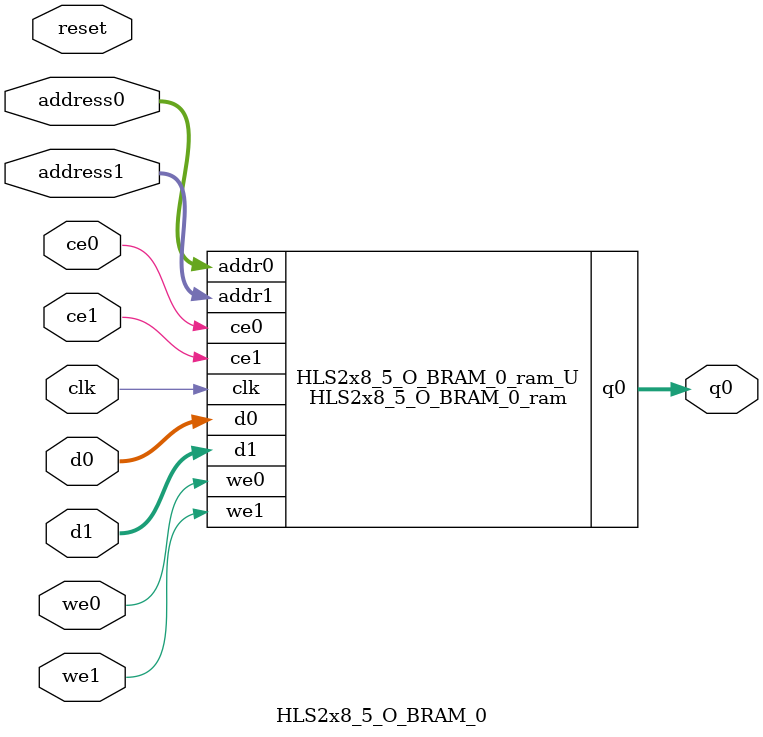
<source format=v>

`timescale 1 ns / 1 ps
module HLS2x8_5_O_BRAM_0_ram (addr0, ce0, d0, we0, q0, addr1, ce1, d1, we1,  clk);

parameter DWIDTH = 16;
parameter AWIDTH = 8;
parameter MEM_SIZE = 169;

input[AWIDTH-1:0] addr0;
input ce0;
input[DWIDTH-1:0] d0;
input we0;
output reg[DWIDTH-1:0] q0;
input[AWIDTH-1:0] addr1;
input ce1;
input[DWIDTH-1:0] d1;
input we1;
input clk;

(* ram_style = "block" *)reg [DWIDTH-1:0] ram[0:MEM_SIZE-1];




always @(posedge clk)  
begin 
    if (ce0) 
    begin
        if (we0) 
        begin 
            ram[addr0] <= d0; 
            q0 <= d0;
        end 
        else 
            q0 <= ram[addr0];
    end
end


always @(posedge clk)  
begin 
    if (ce1) 
    begin
        if (we1) 
        begin 
            ram[addr1] <= d1; 
        end 
    end
end


endmodule


`timescale 1 ns / 1 ps
module HLS2x8_5_O_BRAM_0(
    reset,
    clk,
    address0,
    ce0,
    we0,
    d0,
    q0,
    address1,
    ce1,
    we1,
    d1);

parameter DataWidth = 32'd16;
parameter AddressRange = 32'd169;
parameter AddressWidth = 32'd8;
input reset;
input clk;
input[AddressWidth - 1:0] address0;
input ce0;
input we0;
input[DataWidth - 1:0] d0;
output[DataWidth - 1:0] q0;
input[AddressWidth - 1:0] address1;
input ce1;
input we1;
input[DataWidth - 1:0] d1;



HLS2x8_5_O_BRAM_0_ram HLS2x8_5_O_BRAM_0_ram_U(
    .clk( clk ),
    .addr0( address0 ),
    .ce0( ce0 ),
    .d0( d0 ),
    .we0( we0 ),
    .q0( q0 ),
    .addr1( address1 ),
    .ce1( ce1 ),
    .d1( d1 ),
    .we1( we1 ));

endmodule


</source>
